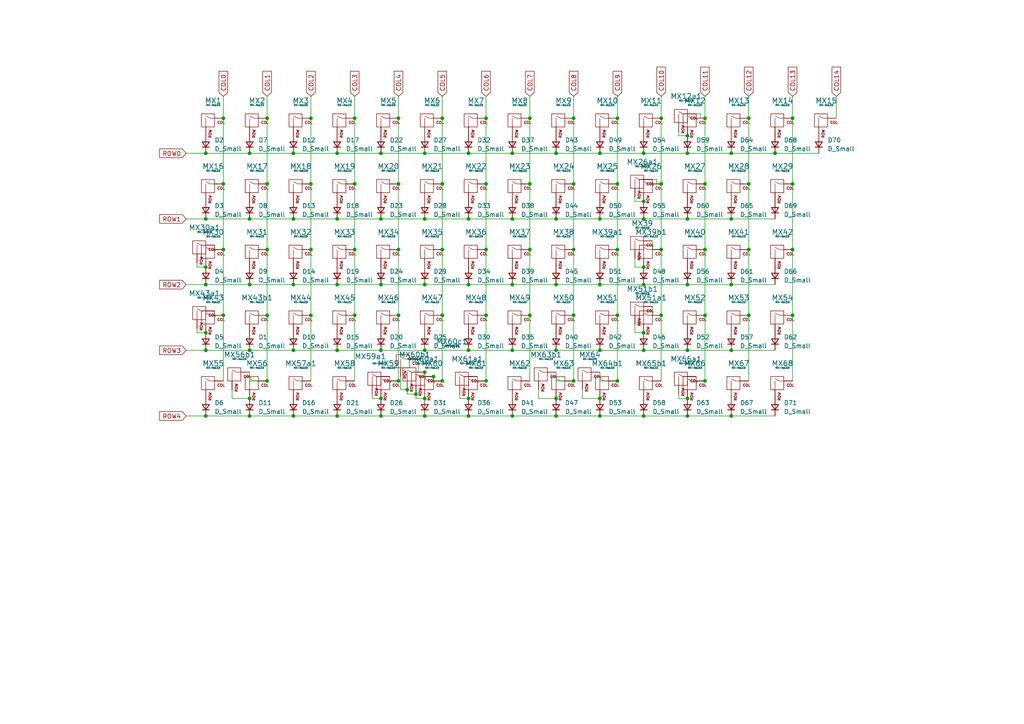
<source format=kicad_sch>
(kicad_sch (version 20230121) (generator eeschema)
  (paper "A4")
  (junction (at 77.47 72.39))
  (junction (at 110.49 120.65))
  (junction (at 85.09 44.45))
  (junction (at 179.07 110.49))
  (junction (at 148.59 63.5))
  (junction (at 166.37 34.29))
  (junction (at 229.87 91.44))
  (junction (at 186.69 120.65))
  (junction (at 115.57 34.29))
  (junction (at 204.47 53.34))
  (junction (at 173.99 101.6))
  (junction (at 161.29 82.55))
  (junction (at 199.39 115.57))
  (junction (at 179.07 34.29))
  (junction (at 199.39 82.55))
  (junction (at 148.59 82.55))
  (junction (at 128.27 34.29))
  (junction (at 191.77 72.39))
  (junction (at 128.27 110.49))
  (junction (at 59.69 96.52))
  (junction (at 135.89 82.55))
  (junction (at 90.17 53.34))
  (junction (at 173.99 63.5))
  (junction (at 186.69 77.47))
  (junction (at 97.79 120.65))
  (junction (at 59.69 77.47))
  (junction (at 64.77 53.34))
  (junction (at 229.87 72.39))
  (junction (at 148.59 44.45))
  (junction (at 161.29 120.65))
  (junction (at 123.19 63.5))
  (junction (at 72.39 82.55))
  (junction (at 140.97 91.44))
  (junction (at 212.09 120.65))
  (junction (at 212.09 82.55))
  (junction (at 59.69 101.6))
  (junction (at 204.47 72.39))
  (junction (at 64.77 72.39))
  (junction (at 110.49 63.5))
  (junction (at 72.39 63.5))
  (junction (at 166.37 72.39))
  (junction (at 85.09 120.65))
  (junction (at 115.57 53.34))
  (junction (at 135.89 63.5))
  (junction (at 173.99 44.45))
  (junction (at 59.69 63.5))
  (junction (at 217.17 53.34))
  (junction (at 72.39 44.45))
  (junction (at 153.67 34.29))
  (junction (at 153.67 72.39))
  (junction (at 110.49 82.55))
  (junction (at 140.97 53.34))
  (junction (at 229.87 34.29))
  (junction (at 191.77 91.44))
  (junction (at 148.59 120.65))
  (junction (at 140.97 34.29))
  (junction (at 153.67 91.44))
  (junction (at 72.39 120.65))
  (junction (at 186.69 58.42))
  (junction (at 123.19 115.57))
  (junction (at 97.79 44.45))
  (junction (at 204.47 91.44))
  (junction (at 102.87 53.34))
  (junction (at 186.69 44.45))
  (junction (at 135.89 115.57))
  (junction (at 123.19 82.55))
  (junction (at 179.07 53.34))
  (junction (at 204.47 34.29))
  (junction (at 115.57 72.39))
  (junction (at 97.79 101.6))
  (junction (at 123.19 44.45))
  (junction (at 153.67 53.34))
  (junction (at 125.73 109.22))
  (junction (at 166.37 53.34))
  (junction (at 199.39 120.65))
  (junction (at 161.29 44.45))
  (junction (at 166.37 91.44))
  (junction (at 224.79 44.45))
  (junction (at 59.69 120.65))
  (junction (at 123.19 101.6))
  (junction (at 186.69 82.55))
  (junction (at 64.77 34.29))
  (junction (at 212.09 44.45))
  (junction (at 212.09 101.6))
  (junction (at 161.29 115.57))
  (junction (at 110.49 115.57))
  (junction (at 118.11 113.03))
  (junction (at 64.77 91.44))
  (junction (at 102.87 91.44))
  (junction (at 97.79 82.55))
  (junction (at 212.09 63.5))
  (junction (at 59.69 82.55))
  (junction (at 90.17 91.44))
  (junction (at 128.27 91.44))
  (junction (at 110.49 44.45))
  (junction (at 140.97 110.49))
  (junction (at 128.27 72.39))
  (junction (at 140.97 72.39))
  (junction (at 229.87 53.34))
  (junction (at 85.09 101.6))
  (junction (at 199.39 101.6))
  (junction (at 173.99 120.65))
  (junction (at 173.99 115.57))
  (junction (at 120.65 114.3))
  (junction (at 166.37 110.49))
  (junction (at 135.89 101.6))
  (junction (at 204.47 110.49))
  (junction (at 161.29 101.6))
  (junction (at 217.17 91.44))
  (junction (at 128.27 53.34))
  (junction (at 90.17 72.39))
  (junction (at 77.47 53.34))
  (junction (at 173.99 82.55))
  (junction (at 217.17 34.29))
  (junction (at 115.57 91.44))
  (junction (at 115.57 110.49))
  (junction (at 77.47 91.44))
  (junction (at 135.89 44.45))
  (junction (at 186.69 101.6))
  (junction (at 102.87 72.39))
  (junction (at 135.89 120.65))
  (junction (at 123.19 120.65))
  (junction (at 97.79 63.5))
  (junction (at 85.09 82.55))
  (junction (at 217.17 72.39))
  (junction (at 77.47 34.29))
  (junction (at 72.39 101.6))
  (junction (at 199.39 63.5))
  (junction (at 72.39 115.57))
  (junction (at 102.87 34.29))
  (junction (at 59.69 44.45))
  (junction (at 90.17 34.29))
  (junction (at 85.09 63.5))
  (junction (at 191.77 53.34))
  (junction (at 199.39 39.37))
  (junction (at 179.07 91.44))
  (junction (at 123.19 107.95))
  (junction (at 161.29 63.5))
  (junction (at 179.07 72.39))
  (junction (at 186.69 63.5))
  (junction (at 199.39 44.45))
  (junction (at 191.77 34.29))
  (junction (at 186.69 96.52))
  (junction (at 148.59 101.6))
  (junction (at 110.49 101.6))
  (junction (at 77.47 110.49))
  (wire (pts (xy 190.5 52.07) (xy 190.5 53.34)))
  (wire (pts (xy 161.29 120.65) (xy 173.99 120.65)))
  (wire (pts (xy 107.95 115.57) (xy 110.49 115.57)))
  (wire (pts (xy 113.03 109.22) (xy 113.03 110.49)))
  (wire (pts (xy 204.47 27.94) (xy 204.47 34.29)))
  (wire (pts (xy 90.17 91.44) (xy 90.17 110.49)))
  (wire (pts (xy 123.19 44.45) (xy 135.89 44.45)))
  (wire (pts (xy 189.23 69.85) (xy 189.23 72.39)))
  (wire (pts (xy 72.39 110.49) (xy 77.47 110.49)))
  (wire (pts (xy 72.39 44.45) (xy 85.09 44.45)))
  (wire (pts (xy 85.09 120.65) (xy 97.79 120.65)))
  (wire (pts (xy 90.17 27.94) (xy 90.17 34.29)))
  (wire (pts (xy 161.29 82.55) (xy 173.99 82.55)))
  (wire (pts (xy 156.21 113.03) (xy 156.21 115.57)))
  (wire (pts (xy 179.07 91.44) (xy 179.07 110.49)))
  (wire (pts (xy 173.99 44.45) (xy 186.69 44.45)))
  (wire (pts (xy 53.975 63.5) (xy 59.69 63.5)))
  (wire (pts (xy 53.975 101.6) (xy 59.69 101.6)))
  (wire (pts (xy 179.07 53.34) (xy 179.07 72.39)))
  (wire (pts (xy 85.09 44.45) (xy 97.79 44.45)))
  (wire (pts (xy 59.69 96.52) (xy 57.15 96.52)))
  (wire (pts (xy 57.15 96.52) (xy 57.15 95.25)))
  (wire (pts (xy 199.39 63.5) (xy 212.09 63.5)))
  (wire (pts (xy 186.69 101.6) (xy 199.39 101.6)))
  (wire (pts (xy 161.29 44.45) (xy 173.99 44.45)))
  (wire (pts (xy 148.59 82.55) (xy 161.29 82.55)))
  (wire (pts (xy 115.57 53.34) (xy 115.57 34.29)))
  (wire (pts (xy 97.79 101.6) (xy 110.49 101.6)))
  (wire (pts (xy 102.87 91.44) (xy 102.87 110.49)))
  (wire (pts (xy 67.31 115.57) (xy 72.39 115.57)))
  (wire (pts (xy 120.65 115.57) (xy 123.19 115.57)))
  (wire (pts (xy 140.97 34.29) (xy 140.97 53.34)))
  (wire (pts (xy 204.47 34.29) (xy 204.47 53.34)))
  (wire (pts (xy 186.69 58.42) (xy 184.15 58.42)))
  (wire (pts (xy 72.39 120.65) (xy 85.09 120.65)))
  (wire (pts (xy 212.09 82.55) (xy 224.79 82.55)))
  (wire (pts (xy 191.77 34.29) (xy 191.77 27.94)))
  (wire (pts (xy 102.87 27.94) (xy 102.87 34.29)))
  (wire (pts (xy 153.67 27.94) (xy 153.67 34.29)))
  (wire (pts (xy 199.39 82.55) (xy 212.09 82.55)))
  (wire (pts (xy 199.39 120.65) (xy 212.09 120.65)))
  (wire (pts (xy 191.77 91.44) (xy 191.77 110.49)))
  (wire (pts (xy 224.79 44.45) (xy 237.49 44.45)))
  (wire (pts (xy 217.17 34.29) (xy 217.17 27.94)))
  (wire (pts (xy 102.87 72.39) (xy 102.87 91.44)))
  (wire (pts (xy 77.47 27.94) (xy 77.47 34.29)))
  (wire (pts (xy 53.975 82.55) (xy 59.69 82.55)))
  (wire (pts (xy 125.73 110.49) (xy 128.27 110.49)))
  (wire (pts (xy 133.35 115.57) (xy 135.89 115.57)))
  (wire (pts (xy 189.23 88.9) (xy 189.23 91.44)))
  (wire (pts (xy 166.37 34.29) (xy 166.37 27.94)))
  (wire (pts (xy 140.97 91.44) (xy 140.97 110.49)))
  (wire (pts (xy 97.79 63.5) (xy 110.49 63.5)))
  (wire (pts (xy 64.77 27.94) (xy 64.77 34.29)))
  (wire (pts (xy 102.87 53.34) (xy 102.87 72.39)))
  (wire (pts (xy 201.93 109.22) (xy 201.93 110.49)))
  (wire (pts (xy 229.87 27.94) (xy 229.87 34.29)))
  (wire (pts (xy 59.69 120.65) (xy 72.39 120.65)))
  (wire (pts (xy 173.99 101.6) (xy 186.69 101.6)))
  (wire (pts (xy 186.69 44.45) (xy 199.39 44.45)))
  (wire (pts (xy 110.49 120.65) (xy 123.19 120.65)))
  (wire (pts (xy 59.69 77.47) (xy 57.15 77.47)))
  (wire (pts (xy 128.27 53.34) (xy 128.27 72.39)))
  (wire (pts (xy 128.27 27.94) (xy 128.27 34.29)))
  (wire (pts (xy 121.285 104.14) (xy 121.285 107.95)))
  (wire (pts (xy 97.79 44.45) (xy 110.49 44.45)))
  (wire (pts (xy 90.17 72.39) (xy 90.17 91.44)))
  (wire (pts (xy 77.47 91.44) (xy 77.47 110.49)))
  (wire (pts (xy 62.23 91.44) (xy 64.77 91.44)))
  (wire (pts (xy 184.15 77.47) (xy 186.69 77.47)))
  (wire (pts (xy 173.99 107.95) (xy 173.99 110.49)))
  (wire (pts (xy 107.95 114.3) (xy 107.95 115.57)))
  (wire (pts (xy 173.99 82.55) (xy 186.69 82.55)))
  (wire (pts (xy 59.69 63.5) (xy 72.39 63.5)))
  (wire (pts (xy 53.975 120.65) (xy 59.69 120.65)))
  (wire (pts (xy 196.85 114.3) (xy 196.85 115.57)))
  (wire (pts (xy 229.87 72.39) (xy 229.87 91.44)))
  (wire (pts (xy 186.69 120.65) (xy 199.39 120.65)))
  (wire (pts (xy 128.27 34.29) (xy 128.27 53.34)))
  (wire (pts (xy 217.17 53.34) (xy 217.17 34.29)))
  (wire (pts (xy 53.975 44.45) (xy 59.69 44.45)))
  (wire (pts (xy 161.29 101.6) (xy 173.99 101.6)))
  (wire (pts (xy 173.99 110.49) (xy 179.07 110.49)))
  (wire (pts (xy 135.89 120.65) (xy 148.59 120.65)))
  (wire (pts (xy 90.17 53.34) (xy 90.17 72.39)))
  (wire (pts (xy 110.49 44.45) (xy 123.19 44.45)))
  (wire (pts (xy 204.47 91.44) (xy 204.47 110.49)))
  (wire (pts (xy 121.285 107.95) (xy 123.19 107.95)))
  (wire (pts (xy 153.67 72.39) (xy 153.67 91.44)))
  (wire (pts (xy 113.03 110.49) (xy 115.57 110.49)))
  (wire (pts (xy 189.23 52.07) (xy 190.5 52.07)))
  (wire (pts (xy 212.09 101.6) (xy 199.39 101.6)))
  (wire (pts (xy 116.205 109.22) (xy 116.205 113.03)))
  (wire (pts (xy 115.57 34.29) (xy 115.57 27.94)))
  (wire (pts (xy 224.79 101.6) (xy 212.09 101.6)))
  (wire (pts (xy 184.15 74.93) (xy 184.15 77.47)))
  (wire (pts (xy 191.77 72.39) (xy 191.77 91.44)))
  (wire (pts (xy 204.47 53.34) (xy 204.47 72.39)))
  (wire (pts (xy 189.23 72.39) (xy 191.77 72.39)))
  (wire (pts (xy 229.87 34.29) (xy 229.87 53.34)))
  (wire (pts (xy 123.19 82.55) (xy 135.89 82.55)))
  (wire (pts (xy 196.85 115.57) (xy 199.39 115.57)))
  (wire (pts (xy 128.27 72.39) (xy 128.27 91.44)))
  (wire (pts (xy 135.89 101.6) (xy 148.59 101.6)))
  (wire (pts (xy 189.23 91.44) (xy 191.77 91.44)))
  (wire (pts (xy 179.07 72.39) (xy 179.07 91.44)))
  (wire (pts (xy 148.59 44.45) (xy 161.29 44.45)))
  (wire (pts (xy 123.19 63.5) (xy 135.89 63.5)))
  (wire (pts (xy 166.37 72.39) (xy 166.37 91.44)))
  (wire (pts (xy 161.29 63.5) (xy 173.99 63.5)))
  (wire (pts (xy 77.47 34.29) (xy 77.47 53.34)))
  (wire (pts (xy 64.77 72.39) (xy 64.77 91.44)))
  (wire (pts (xy 229.87 53.34) (xy 229.87 72.39)))
  (wire (pts (xy 135.89 82.55) (xy 148.59 82.55)))
  (wire (pts (xy 173.99 120.65) (xy 186.69 120.65)))
  (wire (pts (xy 148.59 63.5) (xy 161.29 63.5)))
  (wire (pts (xy 184.15 93.98) (xy 184.15 96.52)))
  (wire (pts (xy 161.29 110.49) (xy 166.37 110.49)))
  (wire (pts (xy 57.15 77.47) (xy 57.15 76.2)))
  (wire (pts (xy 123.19 120.65) (xy 135.89 120.65)))
  (wire (pts (xy 186.69 63.5) (xy 199.39 63.5)))
  (wire (pts (xy 120.65 114.3) (xy 120.65 115.57)))
  (wire (pts (xy 85.09 82.55) (xy 97.79 82.55)))
  (wire (pts (xy 212.09 63.5) (xy 224.79 63.5)))
  (wire (pts (xy 110.49 101.6) (xy 123.19 101.6)))
  (wire (pts (xy 153.67 34.29) (xy 153.67 53.34)))
  (wire (pts (xy 115.57 110.49) (xy 115.57 91.44)))
  (wire (pts (xy 102.87 34.29) (xy 102.87 53.34)))
  (wire (pts (xy 59.69 82.55) (xy 72.39 82.55)))
  (wire (pts (xy 168.91 115.57) (xy 173.99 115.57)))
  (wire (pts (xy 97.79 82.55) (xy 110.49 82.55)))
  (wire (pts (xy 77.47 72.39) (xy 77.47 91.44)))
  (wire (pts (xy 242.57 27.94) (xy 242.57 34.29)))
  (wire (pts (xy 118.11 113.03) (xy 118.11 114.3)))
  (wire (pts (xy 135.89 44.45) (xy 148.59 44.45)))
  (wire (pts (xy 191.77 53.34) (xy 191.77 34.29)))
  (wire (pts (xy 128.27 91.44) (xy 128.27 110.49)))
  (wire (pts (xy 229.87 91.44) (xy 229.87 110.49)))
  (wire (pts (xy 156.21 115.57) (xy 161.29 115.57)))
  (wire (pts (xy 115.57 91.44) (xy 115.57 72.39)))
  (wire (pts (xy 59.69 44.45) (xy 72.39 44.45)))
  (wire (pts (xy 125.73 109.22) (xy 125.73 110.49)))
  (wire (pts (xy 97.79 120.65) (xy 110.49 120.65)))
  (wire (pts (xy 67.31 113.03) (xy 67.31 115.57)))
  (wire (pts (xy 166.37 91.44) (xy 166.37 110.49)))
  (wire (pts (xy 140.97 27.94) (xy 140.97 34.29)))
  (wire (pts (xy 201.93 110.49) (xy 204.47 110.49)))
  (wire (pts (xy 217.17 110.49) (xy 217.17 91.44)))
  (wire (pts (xy 179.07 34.29) (xy 179.07 53.34)))
  (wire (pts (xy 133.35 114.3) (xy 133.35 115.57)))
  (wire (pts (xy 72.39 82.55) (xy 85.09 82.55)))
  (wire (pts (xy 138.43 109.22) (xy 138.43 110.49)))
  (wire (pts (xy 203.2 34.29) (xy 204.47 34.29)))
  (wire (pts (xy 64.77 91.44) (xy 64.77 110.49)))
  (wire (pts (xy 123.19 107.95) (xy 123.19 109.22)))
  (wire (pts (xy 85.09 101.6) (xy 97.79 101.6)))
  (wire (pts (xy 138.43 110.49) (xy 140.97 110.49)))
  (wire (pts (xy 179.07 27.94) (xy 179.07 34.29)))
  (wire (pts (xy 199.39 39.37) (xy 196.85 39.37)))
  (wire (pts (xy 90.17 34.29) (xy 90.17 53.34)))
  (wire (pts (xy 153.67 91.44) (xy 153.67 110.49)))
  (wire (pts (xy 148.59 120.65) (xy 161.29 120.65)))
  (wire (pts (xy 168.91 113.03) (xy 168.91 115.57)))
  (wire (pts (xy 64.77 34.29) (xy 64.77 53.34)))
  (wire (pts (xy 148.59 101.6) (xy 161.29 101.6)))
  (wire (pts (xy 184.15 96.52) (xy 186.69 96.52)))
  (wire (pts (xy 64.77 53.34) (xy 64.77 72.39)))
  (wire (pts (xy 72.39 101.6) (xy 85.09 101.6)))
  (wire (pts (xy 110.49 82.55) (xy 123.19 82.55)))
  (wire (pts (xy 59.69 101.6) (xy 72.39 101.6)))
  (wire (pts (xy 196.85 39.37) (xy 196.85 38.1)))
  (wire (pts (xy 224.79 120.65) (xy 212.09 120.65)))
  (wire (pts (xy 72.39 107.95) (xy 72.39 110.49)))
  (wire (pts (xy 166.37 53.34) (xy 166.37 34.29)))
  (wire (pts (xy 217.17 91.44) (xy 217.17 72.39)))
  (wire (pts (xy 203.2 33.02) (xy 203.2 34.29)))
  (wire (pts (xy 191.77 53.34) (xy 191.77 72.39)))
  (wire (pts (xy 85.09 63.5) (xy 97.79 63.5)))
  (wire (pts (xy 62.23 90.17) (xy 62.23 91.44)))
  (wire (pts (xy 173.99 63.5) (xy 186.69 63.5)))
  (wire (pts (xy 140.97 72.39) (xy 140.97 91.44)))
  (wire (pts (xy 135.89 63.5) (xy 148.59 63.5)))
  (wire (pts (xy 166.37 72.39) (xy 166.37 53.34)))
  (wire (pts (xy 118.11 114.3) (xy 120.65 114.3)))
  (wire (pts (xy 184.15 58.42) (xy 184.15 57.15)))
  (wire (pts (xy 161.29 107.95) (xy 161.29 110.49)))
  (wire (pts (xy 204.47 72.39) (xy 204.47 91.44)))
  (wire (pts (xy 212.09 44.45) (xy 224.79 44.45)))
  (wire (pts (xy 199.39 44.45) (xy 212.09 44.45)))
  (wire (pts (xy 123.19 109.22) (xy 125.73 109.22)))
  (wire (pts (xy 110.49 63.5) (xy 123.19 63.5)))
  (wire (pts (xy 77.47 53.34) (xy 77.47 72.39)))
  (wire (pts (xy 116.205 113.03) (xy 118.11 113.03)))
  (wire (pts (xy 153.67 53.34) (xy 153.67 72.39)))
  (wire (pts (xy 72.39 63.5) (xy 85.09 63.5)))
  (wire (pts (xy 140.97 53.34) (xy 140.97 72.39)))
  (wire (pts (xy 201.93 33.02) (xy 203.2 33.02)))
  (wire (pts (xy 186.69 82.55) (xy 199.39 82.55)))
  (wire (pts (xy 217.17 72.39) (xy 217.17 53.34)))
  (wire (pts (xy 62.23 72.39) (xy 64.77 72.39)))
  (wire (pts (xy 190.5 53.34) (xy 191.77 53.34)))
  (wire (pts (xy 115.57 72.39) (xy 115.57 53.34)))
  (wire (pts (xy 62.23 71.12) (xy 62.23 72.39)))
  (wire (pts (xy 123.19 101.6) (xy 135.89 101.6)))
  (global_label "COL3" (shape input) (at 102.87 27.94 90) (property "Intersheetrefs" "${INTERSHEET_REFS}" (effects hide)))
  (global_label "ROW3" (shape input) (at 53.975 101.6 180) (property "Intersheetrefs" "${INTERSHEET_REFS}" (effects hide)))
  (global_label "COL12" (shape input) (at 217.17 27.94 90) (property "Intersheetrefs" "${INTERSHEET_REFS}" (effects hide)))
  (global_label "COL6" (shape input) (at 140.97 27.94 90) (property "Intersheetrefs" "${INTERSHEET_REFS}" (effects hide)))
  (global_label "COL9" (shape input) (at 179.07 27.94 90) (property "Intersheetrefs" "${INTERSHEET_REFS}" (effects hide)))
  (global_label "ROW0" (shape input) (at 53.975 44.45 180) (property "Intersheetrefs" "${INTERSHEET_REFS}" (effects hide)))
  (global_label "ROW2" (shape input) (at 53.975 82.55 180) (property "Intersheetrefs" "${INTERSHEET_REFS}" (effects hide)))
  (global_label "COL10" (shape input) (at 191.77 27.94 90) (property "Intersheetrefs" "${INTERSHEET_REFS}" (effects hide)))
  (global_label "COL14" (shape input) (at 242.57 27.94 90) (property "Intersheetrefs" "${INTERSHEET_REFS}" (effects hide)))
  (global_label "COL7" (shape input) (at 153.67 27.94 90) (property "Intersheetrefs" "${INTERSHEET_REFS}" (effects hide)))
  (global_label "COL11" (shape input) (at 204.47 27.94 90) (property "Intersheetrefs" "${INTERSHEET_REFS}" (effects hide)))
  (global_label "COL8" (shape input) (at 166.37 27.94 90) (property "Intersheetrefs" "${INTERSHEET_REFS}" (effects hide)))
  (global_label "ROW1" (shape input) (at 53.975 63.5 180) (property "Intersheetrefs" "${INTERSHEET_REFS}" (effects hide)))
  (global_label "COL4" (shape input) (at 115.57 27.94 90) (property "Intersheetrefs" "${INTERSHEET_REFS}" (effects hide)))
  (global_label "COL13" (shape input) (at 229.87 27.94 90) (property "Intersheetrefs" "${INTERSHEET_REFS}" (effects hide)))
  (global_label "ROW4" (shape input) (at 53.975 120.65 180) (property "Intersheetrefs" "${INTERSHEET_REFS}" (effects hide)))
  (global_label "COL2" (shape input) (at 90.17 27.94 90) (property "Intersheetrefs" "${INTERSHEET_REFS}" (effects hide)))
  (global_label "COL0" (shape input) (at 64.77 27.94 90) (property "Intersheetrefs" "${INTERSHEET_REFS}" (effects hide)))
  (global_label "COL1" (shape input) (at 77.47 27.94 90) (property "Intersheetrefs" "${INTERSHEET_REFS}" (effects hide)))
  (global_label "COL5" (shape input) (at 128.27 27.94 90) (property "Intersheetrefs" "${INTERSHEET_REFS}" (effects hide)))
  (symbol (lib_id "MX_Alps_Hybrid:MX-NoLED") (at 200.66 73.66 0) (unit 1)
    (property "Reference" "MX40" (at 201.5456 67.31 0) (effects (font (size 1.524 1.524))))
    (property "Value" "MX-NoLED" (at 201.5456 68.58 0) (effects (font (size 0.508 0.508))))
    (property "Footprint" "MX_Only:MXOnly-1U-NoLED" (effects hide))
  )
  (symbol (lib_id "Device:D_Small") (at 148.59 60.96 90) (unit 1)
    (property "Reference" "D38" (at 151.13 59.6899 90) (effects (justify right)))
    (property "Value" "D_Small" (at 151.13 62.2299 90) (effects (justify right)))
    (property "Footprint" "random-keyboard-parts:D_SOD-123F(handsoldering)" (effects hide))
  )
  (symbol (lib_id "MX_Alps_Hybrid:MX-NoLED") (at 149.86 35.56 0) (unit 1)
    (property "Reference" "MX8" (at 150.7456 29.21 0) (effects (font (size 1.524 1.524))))
    (property "Value" "MX-NoLED" (at 150.7456 30.48 0) (effects (font (size 0.508 0.508))))
    (property "Footprint" "MX_Only:MXOnly-1U-NoLED" (effects hide))
  )
  (symbol (lib_id "MX_Alps_Hybrid:MX-NoLED") (at 226.06 111.76 0) (unit 1)
    (property "Reference" "MX68" (at 226.9456 105.41 0) (effects (font (size 1.524 1.524))))
    (property "Value" "MX-NoLED" (at 226.9456 106.68 0) (effects (font (size 0.508 0.508))))
    (property "Footprint" "MX_Only:MXOnly-1U-NoLED" (effects hide))
  )
  (symbol (lib_id "MX_Alps_Hybrid:MX-NoLED") (at 137.16 54.61 0) (unit 1)
    (property "Reference" "MX22" (at 138.0456 48.26 0) (effects (font (size 1.524 1.524))))
    (property "Value" "MX-NoLED" (at 138.0456 49.53 0) (effects (font (size 0.508 0.508))))
    (property "Footprint" "MX_Only:MXOnly-1U-NoLED" (effects hide))
  )
  (symbol (lib_id "Device:D_Small") (at 224.79 80.01 90) (unit 1)
    (property "Reference" "D66" (at 227.33 78.7399 90) (effects (justify right)))
    (property "Value" "D_Small" (at 227.33 81.2799 90) (effects (justify right)))
    (property "Footprint" "random-keyboard-parts:D_SOD-123F(handsoldering)" (effects hide))
  )
  (symbol (lib_id "MX_Alps_Hybrid:MX-NoLED") (at 137.16 111.76 0) (unit 1)
    (property "Reference" "MX61" (at 138.0456 105.41 0) (effects (font (size 1.524 1.524))))
    (property "Value" "MX-NoLED" (at 138.0456 106.68 0) (effects (font (size 0.508 0.508))))
    (property "Footprint" "MX_Only:MXOnly-2.25U-ReversedStabilizers-NoLED" (effects hide))
  )
  (symbol (lib_id "Device:D_Small") (at 85.09 80.01 90) (unit 1)
    (property "Reference" "D14" (at 87.63 78.7399 90) (effects (justify right)))
    (property "Value" "D_Small" (at 87.63 81.2799 90) (effects (justify right)))
    (property "Footprint" "random-keyboard-parts:D_SOD-123F(handsoldering)" (effects hide))
  )
  (symbol (lib_id "Device:D_Small") (at 161.29 60.96 90) (unit 1)
    (property "Reference" "D44" (at 163.83 59.6899 90) (effects (justify right)))
    (property "Value" "D_Small" (at 163.83 62.2299 90) (effects (justify right)))
    (property "Footprint" "random-keyboard-parts:D_SOD-123F(handsoldering)" (effects hide))
  )
  (symbol (lib_id "Device:D_Small") (at 173.99 60.96 90) (unit 1)
    (property "Reference" "D50" (at 176.53 59.6899 90) (effects (justify right)))
    (property "Value" "D_Small" (at 176.53 62.2299 90) (effects (justify right)))
    (property "Footprint" "random-keyboard-parts:D_SOD-123F(handsoldering)" (effects hide))
  )
  (symbol (lib_id "MX_Alps_Hybrid:MX-NoLED") (at 86.36 111.76 0) (unit 1)
    (property "Reference" "MX57a1" (at 87.2456 105.41 0) (effects (font (size 1.524 1.524))))
    (property "Value" "MX-NoLED" (at 87.2456 106.68 0) (effects (font (size 0.508 0.508))))
    (property "Footprint" "MX_Only:MXOnly-1U-NoLED" (effects hide))
  )
  (symbol (lib_id "MX_Alps_Hybrid:MX-NoLED") (at 60.96 35.56 0) (unit 1)
    (property "Reference" "MX1" (at 61.8456 29.21 0) (effects (font (size 1.524 1.524))))
    (property "Value" "MX-NoLED" (at 61.8456 30.48 0) (effects (font (size 0.508 0.508))))
    (property "Footprint" "MX_Only:MXOnly-1U-NoLED" (effects hide))
  )
  (symbol (lib_id "MX_Alps_Hybrid:MX-NoLED") (at 175.26 73.66 0) (unit 1)
    (property "Reference" "MX39a1" (at 176.1456 67.31 0) (effects (font (size 1.524 1.524))))
    (property "Value" "MX-NoLED" (at 176.1456 68.58 0) (effects (font (size 0.508 0.508))))
    (property "Footprint" "MX_Only:MXOnly-1U-NoLED" (effects hide))
  )
  (symbol (lib_id "MX_Alps_Hybrid:MX-NoLED") (at 213.36 35.56 0) (unit 1)
    (property "Reference" "MX13" (at 214.2456 29.21 0) (effects (font (size 1.524 1.524))))
    (property "Value" "MX-NoLED" (at 214.2456 30.48 0) (effects (font (size 0.508 0.508))))
    (property "Footprint" "MX_Only:MXOnly-1U-NoLED" (effects hide))
  )
  (symbol (lib_id "MX_Alps_Hybrid:MX-NoLED") (at 175.26 35.56 0) (unit 1)
    (property "Reference" "MX10" (at 176.1456 29.21 0) (effects (font (size 1.524 1.524))))
    (property "Value" "MX-NoLED" (at 176.1456 30.48 0) (effects (font (size 0.508 0.508))))
    (property "Footprint" "MX_Only:MXOnly-1U-NoLED" (effects hide))
  )
  (symbol (lib_id "Device:D_Small") (at 224.79 60.96 90) (unit 1)
    (property "Reference" "D69" (at 227.33 59.6899 90) (effects (justify right)))
    (property "Value" "D_Small" (at 227.33 62.2299 90) (effects (justify right)))
    (property "Footprint" "random-keyboard-parts:D_SOD-123F(handsoldering)" (effects hide))
  )
  (symbol (lib_id "Device:D_Small") (at 224.79 99.06 90) (unit 1)
    (property "Reference" "D62" (at 227.33 97.7899 90) (effects (justify right)))
    (property "Value" "D_Small" (at 227.33 100.3299 90) (effects (justify right)))
    (property "Footprint" "random-keyboard-parts:D_SOD-123F(handsoldering)" (effects hide))
  )
  (symbol (lib_id "MX_Alps_Hybrid:MX-NoLED") (at 187.96 35.56 0) (unit 1)
    (property "Reference" "MX11" (at 188.8456 29.21 0) (effects (font (size 1.524 1.524))))
    (property "Value" "MX-NoLED" (at 188.8456 30.48 0) (effects (font (size 0.508 0.508))))
    (property "Footprint" "MX_Only:MXOnly-1U-NoLED" (effects hide))
  )
  (symbol (lib_id "Device:D_Small") (at 212.09 80.01 90) (unit 1)
    (property "Reference" "D61" (at 214.63 78.7399 90) (effects (justify right)))
    (property "Value" "D_Small" (at 214.63 81.2799 90) (effects (justify right)))
    (property "Footprint" "random-keyboard-parts:D_SOD-123F(handsoldering)" (effects hide))
  )
  (symbol (lib_id "Device:D_Small") (at 123.19 80.01 90) (unit 1)
    (property "Reference" "D29" (at 125.73 78.7399 90) (effects (justify right)))
    (property "Value" "D_Small" (at 125.73 81.2799 90) (effects (justify right)))
    (property "Footprint" "random-keyboard-parts:D_SOD-123F(handsoldering)" (effects hide))
  )
  (symbol (lib_id "MX_Alps_Hybrid:MX-NoLED") (at 99.06 54.61 0) (unit 1)
    (property "Reference" "MX19" (at 99.9456 48.26 0) (effects (font (size 1.524 1.524))))
    (property "Value" "MX-NoLED" (at 99.9456 49.53 0) (effects (font (size 0.508 0.508))))
    (property "Footprint" "MX_Only:MXOnly-1U-NoLED" (effects hide))
  )
  (symbol (lib_id "Device:D_Small") (at 186.69 80.01 90) (unit 1)
    (property "Reference" "D48" (at 189.23 78.7399 90) (effects (justify right)))
    (property "Value" "D_Small" (at 189.23 81.2799 90) (effects (justify right)))
    (property "Footprint" "random-keyboard-parts:D_SOD-123F(handsoldering)" (effects hide))
  )
  (symbol (lib_id "Device:D_Small") (at 123.19 99.06 90) (unit 1)
    (property "Reference" "D25" (at 125.73 97.7899 90) (effects (justify right)))
    (property "Value" "D_Small" (at 125.73 100.3299 90) (effects (justify right)))
    (property "Footprint" "random-keyboard-parts:D_SOD-123F(handsoldering)" (effects hide))
  )
  (symbol (lib_id "MX_Alps_Hybrid:MX-NoLED") (at 99.06 92.71 0) (unit 1)
    (property "Reference" "MX45" (at 99.9456 86.36 0) (effects (font (size 1.524 1.524))))
    (property "Value" "MX-NoLED" (at 99.9456 87.63 0) (effects (font (size 0.508 0.508))))
    (property "Footprint" "MX_Only:MXOnly-1U-NoLED" (effects hide))
  )
  (symbol (lib_id "Device:D_Small") (at 186.69 118.11 90) (unit 1)
    (property "Reference" "D58" (at 189.23 116.8399 90) (effects (justify right)))
    (property "Value" "D_Small" (at 189.23 119.3799 90) (effects (justify right)))
    (property "Footprint" "random-keyboard-parts:D_SOD-123F(handsoldering)" (effects hide))
  )
  (symbol (lib_id "MX_Alps_Hybrid:MX-NoLED") (at 73.66 35.56 0) (unit 1)
    (property "Reference" "MX2" (at 74.5456 29.21 0) (effects (font (size 1.524 1.524))))
    (property "Value" "MX-NoLED" (at 74.5456 30.48 0) (effects (font (size 0.508 0.508))))
    (property "Footprint" "MX_Only:MXOnly-1U-NoLED" (effects hide))
  )
  (symbol (lib_id "MX_Alps_Hybrid:MX-NoLED") (at 185.42 53.34 0) (unit 1)
    (property "Reference" "MX26a1" (at 186.3056 46.99 0) (effects (font (size 1.524 1.524))))
    (property "Value" "MX-NoLED" (at 186.3056 48.26 0) (effects (font (size 0.508 0.508))))
    (property "Footprint" "MX_Only:MXOnly-ISO-ReversedStabilizers-NoLED" (effects hide))
  )
  (symbol (lib_id "MX_Alps_Hybrid:MX-NoLED") (at 99.06 111.76 0) (unit 1)
    (property "Reference" "MX58" (at 99.9456 105.41 0) (effects (font (size 1.524 1.524))))
    (property "Value" "MX-NoLED" (at 99.9456 106.68 0) (effects (font (size 0.508 0.508))))
    (property "Footprint" "MX_Only:MXOnly-1U-NoLED" (effects hide))
  )
  (symbol (lib_id "MX_Alps_Hybrid:MX-NoLED") (at 149.86 92.71 0) (unit 1)
    (property "Reference" "MX49" (at 150.7456 86.36 0) (effects (font (size 1.524 1.524))))
    (property "Value" "MX-NoLED" (at 150.7456 87.63 0) (effects (font (size 0.508 0.508))))
    (property "Footprint" "MX_Only:MXOnly-1U-NoLED" (effects hide))
  )
  (symbol (lib_id "Device:D_Small") (at 110.49 99.06 90) (unit 1)
    (property "Reference" "D20" (at 113.03 97.7899 90) (effects (justify right)))
    (property "Value" "D_Small" (at 113.03 100.3299 90) (effects (justify right)))
    (property "Footprint" "random-keyboard-parts:D_SOD-123F(handsoldering)" (effects hide))
  )
  (symbol (lib_id "Device:D_Small") (at 186.69 60.96 90) (unit 1)
    (property "Reference" "D55" (at 189.23 59.6899 90) (effects (justify right)))
    (property "Value" "D_Small" (at 189.23 62.2299 90) (effects (justify right)))
    (property "Footprint" "random-keyboard-parts:D_SOD-123F(handsoldering)" (effects hide))
  )
  (symbol (lib_id "MX_Alps_Hybrid:MX-NoLED") (at 124.46 92.71 0) (unit 1)
    (property "Reference" "MX47" (at 125.3456 86.36 0) (effects (font (size 1.524 1.524))))
    (property "Value" "MX-NoLED" (at 125.3456 87.63 0) (effects (font (size 0.508 0.508))))
    (property "Footprint" "MX_Only:MXOnly-1U-NoLED" (effects hide))
  )
  (symbol (lib_id "Device:D_Small") (at 59.69 60.96 90) (unit 1)
    (property "Reference" "D3" (at 62.23 59.6899 90) (effects (justify right)))
    (property "Value" "D_Small" (at 62.23 62.2299 90) (effects (justify right)))
    (property "Footprint" "random-keyboard-parts:D_SOD-123F(handsoldering)" (effects hide))
  )
  (symbol (lib_id "MX_Alps_Hybrid:MX-NoLED") (at 124.46 35.56 0) (unit 1)
    (property "Reference" "MX6" (at 125.3456 29.21 0) (effects (font (size 1.524 1.524))))
    (property "Value" "MX-NoLED" (at 125.3456 30.48 0) (effects (font (size 0.508 0.508))))
    (property "Footprint" "MX_Only:MXOnly-1U-NoLED" (effects hide))
  )
  (symbol (lib_id "MX_Alps_Hybrid:MX-NoLED") (at 134.62 110.49 0) (unit 1)
    (property "Reference" "MX61a1" (at 135.5056 104.14 0) (effects (font (size 1.524 1.524))))
    (property "Value" "MX-NoLED" (at 135.5056 105.41 0) (effects (font (size 0.508 0.508))))
    (property "Footprint" "MX_Only:MXOnly-3U-ReversedStabilizers-NoLED" (effects hide))
  )
  (symbol (lib_id "Device:D_Small") (at 173.99 118.11 90) (unit 1)
    (property "Reference" "D53" (at 176.53 116.8399 90) (effects (justify right)))
    (property "Value" "D_Small" (at 176.53 119.3799 90) (effects (justify right)))
    (property "Footprint" "random-keyboard-parts:D_SOD-123F(handsoldering)" (effects hide))
  )
  (symbol (lib_id "MX_Alps_Hybrid:MX-NoLED") (at 213.36 92.71 0) (unit 1)
    (property "Reference" "MX53" (at 214.2456 86.36 0) (effects (font (size 1.524 1.524))))
    (property "Value" "MX-NoLED" (at 214.2456 87.63 0) (effects (font (size 0.508 0.508))))
    (property "Footprint" "MX_Only:MXOnly-1U-NoLED" (effects hide))
  )
  (symbol (lib_id "Device:D_Small") (at 110.49 41.91 90) (unit 1)
    (property "Reference" "D22" (at 113.03 40.6399 90) (effects (justify right)))
    (property "Value" "D_Small" (at 113.03 43.1799 90) (effects (justify right)))
    (property "Footprint" "random-keyboard-parts:D_SOD-123F(handsoldering)" (effects hide))
  )
  (symbol (lib_id "Device:D_Small") (at 123.19 118.11 90) (unit 1)
    (property "Reference" "D31" (at 125.73 116.8399 90) (effects (justify right)))
    (property "Value" "D_Small" (at 125.73 119.3799 90) (effects (justify right)))
    (property "Footprint" "random-keyboard-parts:D_SOD-123F(handsoldering)" (effects hide))
  )
  (symbol (lib_id "Device:D_Small") (at 59.69 99.06 90) (unit 1)
    (property "Reference" "D5" (at 62.23 97.7899 90) (effects (justify right)))
    (property "Value" "D_Small" (at 62.23 100.3299 90) (effects (justify right)))
    (property "Footprint" "random-keyboard-parts:D_SOD-123F(handsoldering)" (effects hide))
  )
  (symbol (lib_id "Device:D_Small") (at 161.29 41.91 90) (unit 1)
    (property "Reference" "D43" (at 163.83 40.6399 90) (effects (justify right)))
    (property "Value" "D_Small" (at 163.83 43.1799 90) (effects (justify right)))
    (property "Footprint" "random-keyboard-parts:D_SOD-123F(handsoldering)" (effects hide))
  )
  (symbol (lib_id "MX_Alps_Hybrid:MX-NoLED") (at 121.92 110.49 0) (unit 1)
    (property "Reference" "MX60a1" (at 122.8056 104.14 0) (effects (font (size 1.524 1.524))))
    (property "Value" "MX-NoLED" (at 122.8056 105.41 0) (effects (font (size 0.508 0.508))))
    (property "Footprint" "MX_Only:MXOnly-6.25U-ReversedStabilizers-NoLED" (effects hide))
  )
  (symbol (lib_id "MX_Alps_Hybrid:MX-NoLED") (at 111.76 35.56 0) (unit 1)
    (property "Reference" "MX5" (at 112.6456 29.21 0) (effects (font (size 1.524 1.524))))
    (property "Value" "MX-NoLED" (at 112.6456 30.48 0) (effects (font (size 0.508 0.508))))
    (property "Footprint" "MX_Only:MXOnly-1U-NoLED" (effects hide))
  )
  (symbol (lib_id "MX_Alps_Hybrid:MX-NoLED") (at 124.46 111.76 0) (unit 1)
    (property "Reference" "MX60" (at 125.3456 105.41 0) (effects (font (size 1.524 1.524))))
    (property "Value" "MX-NoLED" (at 125.3456 106.68 0) (effects (font (size 0.508 0.508))))
    (property "Footprint" "MX_Only:MXOnly-7U-ReversedStabilizers-NoLED" (effects hide))
  )
  (symbol (lib_id "MX_Alps_Hybrid:MX-NoLED") (at 187.96 73.66 0) (unit 1)
    (property "Reference" "MX39b1" (at 188.8456 67.31 0) (effects (font (size 1.524 1.524))))
    (property "Value" "MX-NoLED" (at 188.8456 68.58 0) (effects (font (size 0.508 0.508))))
    (property "Footprint" "MX_Only:MXOnly-1.25U-NoLED" (effects hide))
  )
  (symbol (lib_id "Device:D_Small") (at 212.09 99.06 90) (unit 1)
    (property "Reference" "D57" (at 214.63 97.7899 90) (effects (justify right)))
    (property "Value" "D_Small" (at 214.63 100.3299 90) (effects (justify right)))
    (property "Footprint" "random-keyboard-parts:D_SOD-123F(handsoldering)" (effects hide))
  )
  (symbol (lib_id "Device:D_Small") (at 97.79 80.01 90) (unit 1)
    (property "Reference" "D19" (at 100.33 78.7399 90) (effects (justify right)))
    (property "Value" "D_Small" (at 100.33 81.2799 90) (effects (justify right)))
    (property "Footprint" "random-keyboard-parts:D_SOD-123F(handsoldering)" (effects hide))
  )
  (symbol (lib_id "Device:D_Small") (at 199.39 118.11 90) (unit 1)
    (property "Reference" "D63" (at 201.93 116.8399 90) (effects (justify right)))
    (property "Value" "D_Small" (at 201.93 119.3799 90) (effects (justify right)))
    (property "Footprint" "random-keyboard-parts:D_SOD-123F(handsoldering)" (effects hide))
  )
  (symbol (lib_id "MX_Alps_Hybrid:MX-NoLED") (at 137.16 92.71 0) (unit 1)
    (property "Reference" "MX48" (at 138.0456 86.36 0) (effects (font (size 1.524 1.524))))
    (property "Value" "MX-NoLED" (at 138.0456 87.63 0) (effects (font (size 0.508 0.508))))
    (property "Footprint" "MX_Only:MXOnly-1U-NoLED" (effects hide))
  )
  (symbol (lib_id "Device:D_Small") (at 135.89 99.06 90) (unit 1)
    (property "Reference" "D30" (at 138.43 97.7899 90) (effects (justify right)))
    (property "Value" "D_Small" (at 138.43 100.3299 90) (effects (justify right)))
    (property "Footprint" "random-keyboard-parts:D_SOD-123F(handsoldering)" (effects hide))
  )
  (symbol (lib_id "Device:D_Small") (at 135.89 118.11 90) (unit 1)
    (property "Reference" "D36" (at 138.43 116.8399 90) (effects (justify right)))
    (property "Value" "D_Small" (at 138.43 119.3799 90) (effects (justify right)))
    (property "Footprint" "random-keyboard-parts:D_SOD-123F(handsoldering)" (effects hide))
  )
  (symbol (lib_id "Device:D_Small") (at 85.09 60.96 90) (unit 1)
    (property "Reference" "D13" (at 87.63 59.6899 90) (effects (justify right)))
    (property "Value" "D_Small" (at 87.63 62.2299 90) (effects (justify right)))
    (property "Footprint" "random-keyboard-parts:D_SOD-123F(handsoldering)" (effects hide))
  )
  (symbol (lib_id "Device:D_Small") (at 72.39 118.11 90) (unit 1)
    (property "Reference" "D11" (at 74.93 116.8399 90) (effects (justify right)))
    (property "Value" "D_Small" (at 74.93 119.3799 90) (effects (justify right)))
    (property "Footprint" "random-keyboard-parts:D_SOD-123F(handsoldering)" (effects hide))
  )
  (symbol (lib_id "MX_Alps_Hybrid:MX-NoLED") (at 99.06 73.66 0) (unit 1)
    (property "Reference" "MX33" (at 99.9456 67.31 0) (effects (font (size 1.524 1.524))))
    (property "Value" "MX-NoLED" (at 99.9456 68.58 0) (effects (font (size 0.508 0.508))))
    (property "Footprint" "MX_Only:MXOnly-1U-NoLED" (effects hide))
  )
  (symbol (lib_id "Device:D_Small") (at 59.69 80.01 90) (unit 1)
    (property "Reference" "D4" (at 62.23 78.7399 90) (effects (justify right)))
    (property "Value" "D_Small" (at 62.23 81.2799 90) (effects (justify right)))
    (property "Footprint" "random-keyboard-parts:D_SOD-123F(handsoldering)" (effects hide))
  )
  (symbol (lib_id "MX_Alps_Hybrid:MX-NoLED") (at 58.42 91.44 0) (unit 1)
    (property "Reference" "MX43a1" (at 59.3056 85.09 0) (effects (font (size 1.524 1.524))))
    (property "Value" "MX-NoLED" (at 59.3056 86.36 0) (effects (font (size 0.508 0.508))))
    (property "Footprint" "MX_Only:MXOnly-1.25U-NoLED" (effects hide))
  )
  (symbol (lib_id "Device:D_Small") (at 199.39 60.96 90) (unit 1)
    (property "Reference" "D60" (at 201.93 59.6899 90) (effects (justify right)))
    (property "Value" "D_Small" (at 201.93 62.2299 90) (effects (justify right)))
    (property "Footprint" "random-keyboard-parts:D_SOD-123F(handsoldering)" (effects hide))
  )
  (symbol (lib_id "Device:D_Small") (at 186.69 99.06 90) (unit 1)
    (property "Reference" "D46" (at 189.23 97.7899 90) (effects (justify right)))
    (property "Value" "D_Small" (at 189.23 100.3299 90) (effects (justify right)))
    (property "Footprint" "random-keyboard-parts:D_SOD-123F(handsoldering)" (effects hide))
  )
  (symbol (lib_id "Device:D_Small") (at 85.09 41.91 90) (unit 1)
    (property "Reference" "D12" (at 87.63 40.6399 90) (effects (justify right)))
    (property "Value" "D_Small" (at 87.63 43.1799 90) (effects (justify right)))
    (property "Footprint" "random-keyboard-parts:D_SOD-123F(handsoldering)" (effects hide))
  )
  (symbol (lib_id "MX_Alps_Hybrid:MX-NoLED") (at 187.96 54.61 0) (unit 1)
    (property "Reference" "MX26" (at 188.8456 48.26 0) (effects (font (size 1.524 1.524))))
    (property "Value" "MX-NoLED" (at 188.8456 49.53 0) (effects (font (size 0.508 0.508))))
    (property "Footprint" "MX_Only:MXOnly-1.5U-NoLED" (effects hide))
  )
  (symbol (lib_id "MX_Alps_Hybrid:MX-NoLED") (at 175.26 92.71 0) (unit 1)
    (property "Reference" "MX51" (at 176.1456 86.36 0) (effects (font (size 1.524 1.524))))
    (property "Value" "MX-NoLED" (at 176.1456 87.63 0) (effects (font (size 0.508 0.508))))
    (property "Footprint" "MX_Only:MXOnly-1U-NoLED" (effects hide))
  )
  (symbol (lib_id "MX_Alps_Hybrid:MX-NoLED") (at 109.22 110.49 0) (unit 1)
    (property "Reference" "MX59a1" (at 107.442 103.378 0) (effects (font (size 1.524 1.524))))
    (property "Value" "MX-NoLED" (at 110.1056 105.41 0) (effects (font (size 0.508 0.508))))
    (property "Footprint" "MX_Only:MXOnly-3U-ReversedStabilizers-NoLED" (effects hide))
  )
  (symbol (lib_id "MX_Alps_Hybrid:MX-NoLED") (at 198.12 34.29 0) (unit 1)
    (property "Reference" "MX12a1" (at 199.0056 27.94 0) (effects (font (size 1.524 1.524))))
    (property "Value" "MX-NoLED" (at 199.0056 29.21 0) (effects (font (size 0.508 0.508))))
    (property "Footprint" "MX_Only:MXOnly-2U-NoLED" (effects hide))
  )
  (symbol (lib_id "Device:D_Small") (at 148.59 118.11 90) (unit 1)
    (property "Reference" "D41" (at 151.13 116.8399 90) (effects (justify right)))
    (property "Value" "D_Small" (at 151.13 119.3799 90) (effects (justify right)))
    (property "Footprint" "random-keyboard-parts:D_SOD-123F(handsoldering)" (effects hide))
  )
  (symbol (lib_id "MX_Alps_Hybrid:MX-NoLED") (at 170.18 109.22 0) (unit 1)
    (property "Reference" "MX64" (at 171.0656 102.87 0) (effects (font (size 1.524 1.524))))
    (property "Value" "MX-NoLED" (at 171.0656 104.14 0) (effects (font (size 0.508 0.508))))
    (property "Footprint" "MX_Only:MXOnly-1.5U-NoLED" (effects hide))
  )
  (symbol (lib_id "Device:D_Small") (at 199.39 41.91 90) (unit 1)
    (property "Reference" "D59" (at 201.93 40.6399 90) (effects (justify right)))
    (property "Value" "D_Small" (at 201.93 43.1799 90) (effects (justify right)))
    (property "Footprint" "random-keyboard-parts:D_SOD-123F(handsoldering)" (effects hide))
  )
  (symbol (lib_id "MX_Alps_Hybrid:MX-NoLED") (at 213.36 73.66 0) (unit 1)
    (property "Reference" "MX41" (at 214.2456 67.31 0) (effects (font (size 1.524 1.524))))
    (property "Value" "MX-NoLED" (at 214.2456 68.58 0) (effects (font (size 0.508 0.508))))
    (property "Footprint" "MX_Only:MXOnly-1U-NoLED" (effects hide))
  )
  (symbol (lib_id "Device:D_Small") (at 110.49 118.11 90) (unit 1)
    (property "Reference" "D26" (at 113.03 116.8399 90) (effects (justify right)))
    (property "Value" "D_Small" (at 113.03 119.3799 90) (effects (justify right)))
    (property "Footprint" "random-keyboard-parts:D_SOD-123F(handsoldering)" (effects hide))
  )
  (symbol (lib_id "Device:D_Small") (at 161.29 118.11 90) (unit 1)
    (property "Reference" "D47" (at 163.83 116.8399 90) (effects (justify right)))
    (property "Value" "D_Small" (at 163.83 119.3799 90) (effects (justify right)))
    (property "Footprint" "random-keyboard-parts:D_SOD-123F(handsoldering)" (effects hide))
  )
  (symbol (lib_id "MX_Alps_Hybrid:MX-NoLED") (at 60.96 92.71 0) (unit 1)
    (property "Reference" "MX43" (at 61.8456 86.36 0) (effects (font (size 1.524 1.524))))
    (property "Value" "MX-NoLED" (at 61.8456 87.63 0) (effects (font (size 0.508 0.508))))
    (property "Footprint" "MX_Only:MXOnly-2.25U-NoLED" (effects hide))
  )
  (symbol (lib_id "Device:D_Small") (at 85.09 118.11 90) (unit 1)
    (property "Reference" "D16" (at 87.63 116.8399 90) (effects (justify right)))
    (property "Value" "D_Small" (at 87.63 119.3799 90) (effects (justify right)))
    (property "Footprint" "random-keyboard-parts:D_SOD-123F(handsoldering)" (effects hide))
  )
  (symbol (lib_id "MX_Alps_Hybrid:MX-NoLED") (at 162.56 35.56 0) (unit 1)
    (property "Reference" "MX9" (at 163.4456 29.21 0) (effects (font (size 1.524 1.524))))
    (property "Value" "MX-NoLED" (at 163.4456 30.48 0) (effects (font (size 0.508 0.508))))
    (property "Footprint" "MX_Only:MXOnly-1U-NoLED" (effects hide))
  )
  (symbol (lib_id "Device:D_Small") (at 237.49 41.91 90) (unit 1)
    (property "Reference" "D70" (at 240.03 40.6399 90) (effects (justify right)))
    (property "Value" "D_Small" (at 240.03 43.1799 90) (effects (justify right)))
    (property "Footprint" "random-keyboard-parts:D_SOD-123F(handsoldering)" (effects hide))
  )
  (symbol (lib_id "Device:D_Small") (at 199.39 99.06 90) (unit 1)
    (property "Reference" "D52" (at 201.93 97.7899 90) (effects (justify right)))
    (property "Value" "D_Small" (at 201.93 100.3299 90) (effects (justify right)))
    (property "Footprint" "random-keyboard-parts:D_SOD-123F(handsoldering)" (effects hide))
  )
  (symbol (lib_id "MX_Alps_Hybrid:MX-NoLED") (at 86.36 92.71 0) (unit 1)
    (property "Reference" "MX44" (at 87.2456 86.36 0) (effects (font (size 1.524 1.524))))
    (property "Value" "MX-NoLED" (at 87.2456 87.63 0) (effects (font (size 0.508 0.508))))
    (property "Footprint" "MX_Only:MXOnly-1U-NoLED" (effects hide))
  )
  (symbol (lib_id "MX_Alps_Hybrid:MX-NoLED") (at 124.46 73.66 0) (unit 1)
    (property "Reference" "MX35" (at 125.3456 67.31 0) (effects (font (size 1.524 1.524))))
    (property "Value" "MX-NoLED" (at 125.3456 68.58 0) (effects (font (size 0.508 0.508))))
    (property "Footprint" "MX_Only:MXOnly-1U-NoLED" (effects hide))
  )
  (symbol (lib_id "MX_Alps_Hybrid:MX-NoLED") (at 58.42 72.39 0) (unit 1)
    (property "Reference" "MX30a1" (at 59.3056 66.04 0) (effects (font (size 1.524 1.524))))
    (property "Value" "MX-NoLED" (at 59.3056 67.31 0) (effects (font (size 0.508 0.508))))
    (property "Footprint" "MX_Only:MXOnly-1.25U-NoLED" (effects hide))
  )
  (symbol (lib_id "Device:D_Small") (at 224.79 118.11 90) (unit 1)
    (property "Reference" "D71" (at 227.33 116.8399 90) (effects (justify right)))
    (property "Value" "D_Small" (at 227.33 119.3799 90) (effects (justify right)))
    (property "Footprint" "random-keyboard-parts:D_SOD-123F(handsoldering)" (effects hide))
  )
  (symbol (lib_id "MX_Alps_Hybrid:MX-NoLED") (at 73.66 73.66 0) (unit 1)
    (property "Reference" "MX31" (at 74.5456 67.31 0) (effects (font (size 1.524 1.524))))
    (property "Value" "MX-NoLED" (at 74.5456 68.58 0) (effects (font (size 0.508 0.508))))
    (property "Footprint" "MX_Only:MXOnly-1U-NoLED" (effects hide))
  )
  (symbol (lib_id "Device:D_Small") (at 110.49 80.01 90) (unit 1)
    (property "Reference" "D24" (at 113.03 78.7399 90) (effects (justify right)))
    (property "Value" "D_Small" (at 113.03 81.2799 90) (effects (justify right)))
    (property "Footprint" "random-keyboard-parts:D_SOD-123F(handsoldering)" (effects hide))
  )
  (symbol (lib_id "MX_Alps_Hybrid:MX-NoLED") (at 213.36 111.76 0) (unit 1)
    (property "Reference" "MX67" (at 214.2456 105.41 0) (effects (font (size 1.524 1.524))))
    (property "Value" "MX-NoLED" (at 214.2456 106.68 0) (effects (font (size 0.508 0.508))))
    (property "Footprint" "MX_Only:MXOnly-1U-NoLED" (effects hide))
  )
  (symbol (lib_id "MX_Alps_Hybrid:MX-NoLED") (at 200.66 54.61 0) (unit 1)
    (property "Reference" "MX27" (at 201.5456 48.26 0) (effects (font (size 1.524 1.524))))
    (property "Value" "MX-NoLED" (at 201.5456 49.53 0) (effects (font (size 0.508 0.508))))
    (property "Footprint" "MX_Only:MXOnly-1U-NoLED" (effects hide))
  )
  (symbol (lib_id "Device:D_Small") (at 135.89 80.01 90) (unit 1)
    (property "Reference" "D34" (at 138.43 78.7399 90) (effects (justify right)))
    (property "Value" "D_Small" (at 138.43 81.2799 90) (effects (justify right)))
    (property "Footprint" "random-keyboard-parts:D_SOD-123F(handsoldering)" (effects hide))
  )
  (symbol (lib_id "MX_Alps_Hybrid:MX-NoLED") (at 185.42 90.17 0) (unit 1)
    (property "Reference" "MX51b1" (at 186.3056 83.82 0) (effects (font (size 1.524 1.524))))
    (property "Value" "MX-NoLED" (at 186.3056 85.09 0) (effects (font (size 0.508 0.508))))
    (property "Footprint" "MX_Only:MXOnly-2.75U-NoLED" (effects hide))
  )
  (symbol (lib_id "MX_Alps_Hybrid:MX-NoLED") (at 198.12 110.49 0) (unit 1)
    (property "Reference" "MX66a1" (at 199.0056 104.14 0) (effects (font (size 1.524 1.524))))
    (property "Value" "MX-NoLED" (at 199.0056 105.41 0) (effects (font (size 0.508 0.508))))
    (property "Footprint" "MX_Only:MXOnly-2U-ReversedStabilizers-NoLED" (effects hide))
  )
  (symbol (lib_id "Device:D_Small") (at 97.79 99.06 90) (unit 1)
    (property "Reference" "D15" (at 100.33 97.7899 90) (effects (justify right)))
    (property "Value" "D_Small" (at 100.33 100.3299 90) (effects (justify right)))
    (property "Footprint" "random-keyboard-parts:D_SOD-123F(handsoldering)" (effects hide))
  )
  (symbol (lib_id "Device:D_Small") (at 135.89 60.96 90) (unit 1)
    (property "Reference" "D33" (at 138.43 59.6899 90) (effects (justify right)))
    (property "Value" "D_Small" (at 138.43 62.2299 90) (effects (justify right)))
    (property "Footprint" "random-keyboard-parts:D_SOD-123F(handsoldering)" (effects hide))
  )
  (symbol (lib_id "MX_Alps_Hybrid:MX-NoLED") (at 185.42 71.12 0) (unit 1)
    (property "Reference" "MX39" (at 186.3056 64.77 0) (effects (font (size 1.524 1.524))))
    (property "Value" "MX-NoLED" (at 186.3056 66.04 0) (effects (font (size 0.508 0.508))))
    (property "Footprint" "MX_Only:MXOnly-2.25U-ReversedStabilizers-NoLED" (effects hide))
  )
  (symbol (lib_id "MX_Alps_Hybrid:MX-NoLED") (at 60.96 73.66 0) (unit 1)
    (property "Reference" "MX30" (at 61.8456 67.31 0) (effects (font (size 1.524 1.524))))
    (property "Value" "MX-NoLED" (at 61.8456 68.58 0) (effects (font (size 0.508 0.508))))
    (property "Footprint" "MX_Only:MXOnly-1.75U-NoLED" (effects hide))
  )
  (symbol (lib_id "MX_Alps_Hybrid:MX-NoLED") (at 175.26 111.76 0) (unit 1)
    (property "Reference" "MX64b1" (at 176.1456 105.41 0) (effects (font (size 1.524 1.524))))
    (property "Value" "MX-NoLED" (at 176.1456 106.68 0) (effects (font (size 0.508 0.508))))
    (property "Footprint" "MX_Only:MXOnly-1U-NoLED" (effects hide))
  )
  (symbol (lib_id "MX_Alps_Hybrid:MX-NoLED") (at 68.58 109.22 0) (unit 1)
    (property "Reference" "MX56b1" (at 69.4656 102.87 0) (effects (font (size 1.524 1.524))))
    (property "Value" "MX-NoLED" (at 69.4656 104.14 0) (effects (font (size 0.508 0.508))))
    (property "Footprint" "MX_Only:MXOnly-1.5U-NoLED" (effects hide))
  )
  (symbol (lib_id "Device:D_Small") (at 148.59 41.91 90) (unit 1)
    (property "Reference" "D37" (at 151.13 40.6399 90) (effects (justify right)))
    (property "Value" "D_Small" (at 151.13 43.1799 90) (effects (justify right)))
    (property "Footprint" "random-keyboard-parts:D_SOD-123F(handsoldering)" (effects hide))
  )
  (symbol (lib_id "Device:D_Small") (at 148.59 99.06 90) (unit 1)
    (property "Reference" "D35" (at 151.13 97.7899 90) (effects (justify right)))
    (property "Value" "D_Small" (at 151.13 100.3299 90) (effects (justify right)))
    (property "Footprint" "random-keyboard-parts:D_SOD-123F(handsoldering)" (effects hide))
  )
  (symbol (lib_id "MX_Alps_Hybrid:MX-NoLED") (at 187.96 92.71 0) (unit 1)
    (property "Reference" "MX51a1" (at 188.8456 86.36 0) (effects (font (size 1.524 1.524))))
    (property "Value" "MX-NoLED" (at 188.8456 87.63 0) (effects (font (size 0.508 0.508))))
    (property "Footprint" "MX_Only:MXOnly-1.75U-NoLED" (effects hide))
  )
  (symbol (lib_id "Device:D_Small") (at 59.69 118.11 90) (unit 1)
    (property "Reference" "D6" (at 62.23 116.8399 90) (effects (justify right)))
    (property "Value" "D_Small" (at 62.23 119.3799 90) (effects (justify right)))
    (property "Footprint" "random-keyboard-parts:D_SOD-123F(handsoldering)" (effects hide))
  )
  (symbol (lib_id "MX_Alps_Hybrid:MX-NoLED") (at 238.76 35.56 0) (unit 1)
    (property "Reference" "MX15" (at 239.6456 29.21 0) (effects (font (size 1.524 1.524))))
    (property "Value" "MX-NoLED" (at 239.6456 30.48 0) (effects (font (size 0.508 0.508))))
    (property "Footprint" "MX_Only:MXOnly-1U-NoLED" (effects hide))
  )
  (symbol (lib_id "Device:D_Small") (at 212.09 118.11 90) (unit 1)
    (property "Reference" "D67" (at 214.63 116.8399 90) (effects (justify right)))
    (property "Value" "D_Small" (at 214.63 119.3799 90) (effects (justify right)))
    (property "Footprint" "random-keyboard-parts:D_SOD-123F(handsoldering)" (effects hide))
  )
  (symbol (lib_id "Device:D_Small") (at 85.09 99.06 90) (unit 1)
    (property "Reference" "D10" (at 87.63 97.7899 90) (effects (justify right)))
    (property "Value" "D_Small" (at 87.63 100.3299 90) (effects (justify right)))
    (property "Footprint" "random-keyboard-parts:D_SOD-123F(handsoldering)" (effects hide))
  )
  (symbol (lib_id "Device:D_Small") (at 59.69 41.91 90) (unit 1)
    (property "Reference" "D2" (at 62.23 40.6399 90) (effects (justify right)))
    (property "Value" "D_Small" (at 62.23 43.1799 90) (effects (justify right)))
    (property "Footprint" "random-keyboard-parts:D_SOD-123F(handsoldering)" (effects hide))
  )
  (symbol (lib_id "MX_Alps_Hybrid:MX-NoLED") (at 99.06 35.56 0) (unit 1)
    (property "Reference" "MX4" (at 99.9456 29.21 0) (effects (font (size 1.524 1.524))))
    (property "Value" "MX-NoLED" (at 99.9456 30.48 0) (effects (font (size 0.508 0.508))))
    (property "Footprint" "MX_Only:MXOnly-1U-NoLED" (effects hide))
  )
  (symbol (lib_id "MX_Alps_Hybrid:MX-NoLED") (at 226.06 92.71 0) (unit 1)
    (property "Reference" "MX54" (at 226.9456 86.36 0) (effects (font (size 1.524 1.524))))
    (property "Value" "MX-NoLED" (at 226.9456 87.63 0) (effects (font (size 0.508 0.508))))
    (property "Footprint" "MX_Only:MXOnly-1U-NoLED" (effects hide))
  )
  (symbol (lib_id "MX_Alps_Hybrid:MX-NoLED") (at 60.96 54.61 0) (unit 1)
    (property "Reference" "MX16" (at 61.8456 48.26 0) (effects (font (size 1.524 1.524))))
    (property "Value" "MX-NoLED" (at 61.8456 49.53 0) (effects (font (size 0.508 0.508))))
    (property "Footprint" "MX_Only:MXOnly-1.5U-NoLED" (effects hide))
  )
  (symbol (lib_id "MX_Alps_Hybrid:MX-NoLED") (at 226.06 35.56 0) (unit 1)
    (property "Reference" "MX14" (at 226.9456 29.21 0) (effects (font (size 1.524 1.524))))
    (property "Value" "MX-NoLED" (at 226.9456 30.48 0) (effects (font (size 0.508 0.508))))
    (property "Footprint" "MX_Only:MXOnly-1U-NoLED" (effects hide))
  )
  (symbol (lib_id "MX_Alps_Hybrid:MX-NoLED") (at 187.96 111.76 0) (unit 1)
    (property "Reference" "MX65b1" (at 188.8456 105.41 0) (effects (font (size 1.524 1.524))))
    (property "Value" "MX-NoLED" (at 188.8456 106.68 0) (effects (font (size 0.508 0.508))))
    (property "Footprint" "MX_Only:MXOnly-1U-NoLED" (effects hide))
  )
  (symbol (lib_id "MX_Alps_Hybrid:MX-NoLED") (at 86.36 54.61 0) (unit 1)
    (property "Reference" "MX18" (at 87.2456 48.26 0) (effects (font (size 1.524 1.524))))
    (property "Value" "MX-NoLED" (at 87.2456 49.53 0) (effects (font (size 0.508 0.508))))
    (property "Footprint" "MX_Only:MXOnly-1U-NoLED" (effects hide))
  )
  (symbol (lib_id "MX_Alps_Hybrid:MX-NoLED") (at 111.76 54.61 0) (unit 1)
    (property "Reference" "MX20" (at 112.6456 48.26 0) (effects (font (size 1.524 1.524))))
    (property "Value" "MX-NoLED" (at 112.6456 49.53 0) (effects (font (size 0.508 0.508))))
    (property "Footprint" "MX_Only:MXOnly-1U-NoLED" (effects hide))
  )
  (symbol (lib_id "Device:D_Small") (at 148.59 80.01 90) (unit 1)
    (property "Reference" "D39" (at 151.13 78.7399 90) (effects (justify right)))
    (property "Value" "D_Small" (at 151.13 81.2799 90) (effects (justify right)))
    (property "Footprint" "random-keyboard-parts:D_SOD-123F(handsoldering)" (effects hide))
  )
  (symbol (lib_id "MX_Alps_Hybrid:MX-NoLED") (at 226.06 54.61 0) (unit 1)
    (property "Reference" "MX29" (at 226.9456 48.26 0) (effects (font (size 1.524 1.524))))
    (property "Value" "MX-NoLED" (at 226.9456 49.53 0) (effects (font (size 0.508 0.508))))
    (property "Footprint" "MX_Only:MXOnly-1U-NoLED" (effects hide))
  )
  (symbol (lib_id "Device:D_Small") (at 173.99 80.01 90) (unit 1)
    (property "Reference" "D51" (at 176.53 78.7399 90) (effects (justify right)))
    (property "Value" "D_Small" (at 176.53 81.2799 90) (effects (justify right)))
    (property "Footprint" "random-keyboard-parts:D_SOD-123F(handsoldering)" (effects hide))
  )
  (symbol (lib_id "MX_Alps_Hybrid:MX-NoLED") (at 175.26 54.61 0) (unit 1)
    (property "Reference" "MX25" (at 176.1456 48.26 0) (effects (font (size 1.524 1.524))))
    (property "Value" "MX-NoLED" (at 176.1456 49.53 0) (effects (font (size 0.508 0.508))))
    (property "Footprint" "MX_Only:MXOnly-1U-NoLED" (effects hide))
  )
  (symbol (lib_id "MX_Alps_Hybrid:MX-NoLED") (at 162.56 111.76 0) (unit 1)
    (property "Reference" "MX63" (at 163.4456 105.41 0) (effects (font (size 1.524 1.524))))
    (property "Value" "MX-NoLED" (at 163.4456 106.68 0) (effects (font (size 0.508 0.508))))
    (property "Footprint" "MX_Only:MXOnly-1U-NoLED" (effects hide))
  )
  (symbol (lib_id "MX_Alps_Hybrid:MX-NoLED") (at 200.66 111.76 0) (unit 1)
    (property "Reference" "MX66" (at 201.5456 105.41 0) (effects (font (size 1.524 1.524))))
    (property "Value" "MX-NoLED" (at 201.5456 106.68 0) (effects (font (size 0.508 0.508))))
    (property "Footprint" "MX_Only:MXOnly-1U-NoLED" (effects hide))
  )
  (symbol (lib_id "Device:D_Small") (at 173.99 99.06 90) (unit 1)
    (property "Reference" "D42" (at 176.53 97.7899 90) (effects (justify right)))
    (property "Value" "D_Small" (at 176.53 100.3299 90) (effects (justify right)))
    (property "Footprint" "random-keyboard-parts:D_SOD-123F(handsoldering)" (effects hide))
  )
  (symbol (lib_id "Device:D_Small") (at 135.89 41.91 90) (unit 1)
    (property "Reference" "D32" (at 138.43 40.6399 90) (effects (justify right)))
    (property "Value" "D_Small" (at 138.43 43.1799 90) (effects (justify right)))
    (property "Footprint" "random-keyboard-parts:D_SOD-123F(handsoldering)" (effects hide))
  )
  (symbol (lib_id "MX_Alps_Hybrid:MX-NoLED") (at 73.66 111.76 0) (unit 1)
    (property "Reference" "MX56" (at 74.5456 105.41 0) (effects (font (size 1.524 1.524))))
    (property "Value" "MX-NoLED" (at 74.5456 106.68 0) (effects (font (size 0.508 0.508))))
    (property "Footprint" "MX_Only:MXOnly-1U-NoLED" (effects hide))
  )
  (symbol (lib_id "Device:D_Small") (at 110.49 60.96 90) (unit 1)
    (property "Reference" "D23" (at 113.03 59.6899 90) (effects (justify right)))
    (property "Value" "D_Small" (at 113.03 62.2299 90) (effects (justify right)))
    (property "Footprint" "random-keyboard-parts:D_SOD-123F(handsoldering)" (effects hide))
  )
  (symbol (lib_id "Device:D_Small") (at 186.69 41.91 90) (unit 1)
    (property "Reference" "D54" (at 189.23 40.6399 90) (effects (justify right)))
    (property "Value" "D_Small" (at 189.23 43.1799 90) (effects (justify right)))
    (property "Footprint" "random-keyboard-parts:D_SOD-123F(handsoldering)" (effects hide))
  )
  (symbol (lib_id "MX_Alps_Hybrid:MX-NoLED") (at 111.76 73.66 0) (unit 1)
    (property "Reference" "MX34" (at 112.6456 67.31 0) (effects (font (size 1.524 1.524))))
    (property "Value" "MX-NoLED" (at 112.6456 68.58 0) (effects (font (size 0.508 0.508))))
    (property "Footprint" "MX_Only:MXOnly-1U-NoLED" (effects hide))
  )
  (symbol (lib_id "Device:D_Small") (at 123.19 41.91 90) (unit 1)
    (property "Reference" "D27" (at 125.73 40.6399 90) (effects (justify right)))
    (property "Value" "D_Small" (at 125.73 43.1799 90) (effects (justify right)))
    (property "Footprint" "random-keyboard-parts:D_SOD-123F(handsoldering)" (effects hide))
  )
  (symbol (lib_id "MX_Alps_Hybrid:MX-NoLED") (at 137.16 35.56 0) (unit 1)
    (property "Reference" "MX7" (at 138.0456 29.21 0) (effects (font (size 1.524 1.524))))
    (property "Value" "MX-NoLED" (at 138.0456 30.48 0) (effects (font (size 0.508 0.508))))
    (property "Footprint" "MX_Only:MXOnly-1U-NoLED" (effects hide))
  )
  (symbol (lib_id "MX_Alps_Hybrid:MX-NoLED") (at 117.475 105.41 0) (unit 1)
    (property "Reference" "MX60c1" (at 131.0606 99.06 0) (effects (font (size 1.524 1.524))))
    (property "Value" "MX-NoLED" (at 131.0606 100.33 0) (effects (font (size 0.508 0.508))))
    (property "Footprint" "CherryMX:CherryMX_10.00u" (effects hide))
  )
  (symbol (lib_id "MX_Alps_Hybrid:MX-NoLED") (at 213.36 54.61 0) (unit 1)
    (property "Reference" "MX28" (at 214.2456 48.26 0) (effects (font (size 1.524 1.524))))
    (property "Value" "MX-NoLED" (at 214.2456 49.53 0) (effects (font (size 0.508 0.508))))
    (property "Footprint" "MX_Only:MXOnly-1U-NoLED" (effects hide))
  )
  (symbol (lib_id "MX_Alps_Hybrid:MX-NoLED") (at 162.56 54.61 0) (unit 1)
    (property "Reference" "MX24" (at 163.4456 48.26 0) (effects (font (size 1.524 1.524))))
    (property "Value" "MX-NoLED" (at 163.4456 49.53 0) (effects (font (size 0.508 0.508))))
    (property "Footprint" "MX_Only:MXOnly-1U-NoLED" (effects hide))
  )
  (symbol (lib_id "MX_Alps_Hybrid:MX-NoLED") (at 149.86 73.66 0) (unit 1)
    (property "Reference" "MX37" (at 150.7456 67.31 0) (effects (font (size 1.524 1.524))))
    (property "Value" "MX-NoLED" (at 150.7456 68.58 0) (effects (font (size 0.508 0.508))))
    (property "Footprint" "MX_Only:MXOnly-1U-NoLED" (effects hide))
  )
  (symbol (lib_id "Device:D_Small") (at 212.09 41.91 90) (unit 1)
    (property "Reference" "D64" (at 214.63 40.6399 90) (effects (justify right)))
    (property "Value" "D_Small" (at 214.63 43.1799 90) (effects (justify right)))
    (property "Footprint" "random-keyboard-parts:D_SOD-123F(handsoldering)" (effects hide))
  )
  (symbol (lib_id "Device:D_Small") (at 161.29 80.01 90) (unit 1)
    (property "Reference" "D45" (at 163.83 78.7399 90) (effects (justify right)))
    (property "Value" "D_Small" (at 163.83 81.2799 90) (effects (justify right)))
    (property "Footprint" "random-keyboard-parts:D_SOD-123F(handsoldering)" (effects hide))
  )
  (symbol (lib_id "MX_Alps_Hybrid:MX-NoLED") (at 162.56 73.66 0) (unit 1)
    (property "Reference" "MX38" (at 163.4456 67.31 0) (effects (font (size 1.524 1.524))))
    (property "Value" "MX-NoLED" (at 163.4456 68.58 0) (effects (font (size 0.508 0.508))))
    (property "Footprint" "MX_Only:MXOnly-1U-NoLED" (effects hide))
  )
  (symbol (lib_id "MX_Alps_Hybrid:MX-NoLED") (at 60.96 111.76 0) (unit 1)
    (property "Reference" "MX55" (at 61.8456 105.41 0) (effects (font (size 1.524 1.524))))
    (property "Value" "MX-NoLED" (at 61.8456 106.68 0) (effects (font (size 0.508 0.508))))
    (property "Footprint" "MX_Only:MXOnly-1U-NoLED" (effects hide))
  )
  (symbol (lib_id "Device:D_Small") (at 97.79 118.11 90) (unit 1)
    (property "Reference" "D21" (at 100.33 116.8399 90) (effects (justify right)))
    (property "Value" "D_Small" (at 100.33 119.3799 90) (effects (justify right)))
    (property "Footprint" "random-keyboard-parts:D_SOD-123F(handsoldering)" (effects hide))
  )
  (symbol (lib_id "Device:D_Small") (at 72.39 80.01 90) (unit 1)
    (property "Reference" "D9" (at 74.93 78.7399 90) (effects (justify right)))
    (property "Value" "D_Small" (at 74.93 81.2799 90) (effects (justify right)))
    (property "Footprint" "random-keyboard-parts:D_SOD-123F(handsoldering)" (effects hide))
  )
  (symbol (lib_id "MX_Alps_Hybrid:MX-NoLED") (at 149.86 111.76 0) (unit 1)
    (property "Reference" "MX62" (at 150.7456 105.41 0) (effects (font (size 1.524 1.524))))
    (property "Value" "MX-NoLED" (at 150.7456 106.68 0) (effects (font (size 0.508 0.508))))
    (property "Footprint" "MX_Only:MXOnly-1U-NoLED" (effects hide))
  )
  (symbol (lib_id "MX_Alps_Hybrid:MX-NoLED") (at 149.86 54.61 0) (unit 1)
    (property "Reference" "MX23" (at 150.7456 48.26 0) (effects (font (size 1.524 1.524))))
    (property "Value" "MX-NoLED" (at 150.7456 49.53 0) (effects (font (size 0.508 0.508))))
    (property "Footprint" "MX_Only:MXOnly-1U-NoLED" (effects hide))
  )
  (symbol (lib_id "Device:D_Small") (at 97.79 60.96 90) (unit 1)
    (property "Reference" "D18" (at 100.33 59.6899 90) (effects (justify right)))
    (property "Value" "D_Small" (at 100.33 62.2299 90) (effects (justify right)))
    (property "Footprint" "random-keyboard-parts:D_SOD-123F(handsoldering)" (effects hide))
  )
  (symbol (lib_id "MX_Alps_Hybrid:MX-NoLED") (at 86.36 35.56 0) (unit 1)
    (property "Reference" "MX3" (at 87.2456 29.21 0) (effects (font (size 1.524 1.524))))
    (property "Value" "MX-NoLED" (at 87.2456 30.48 0) (effects (font (size 0.508 0.508))))
    (property "Footprint" "MX_Only:MXOnly-1U-NoLED" (effects hide))
  )
  (symbol (lib_id "MX_Alps_Hybrid:MX-NoLED") (at 157.48 109.22 0) (unit 1)
    (property "Reference" "MX63b1" (at 158.3656 102.87 0) (effects (font (size 1.524 1.524))))
    (property "Value" "MX-NoLED" (at 158.3656 104.14 0) (effects (font (size 0.508 0.508))))
    (property "Footprint" "MX_Only:MXOnly-1.25U-NoLED" (effects hide))
  )
  (symbol (lib_id "Device:D_Small") (at 72.39 60.96 90) (unit 1)
    (property "Reference" "D8" (at 74.93 59.6899 90) (effects (justify right)))
    (property "Value" "D_Small" (at 74.93 62.2299 90) (effects (justify right)))
    (property "Footprint" "random-keyboard-parts:D_SOD-123F(handsoldering)" (effects hide))
  )
  (symbol (lib_id "Device:D_Small") (at 173.99 41.91 90) (unit 1)
    (property "Reference" "D49" (at 176.53 40.6399 90) (effects (justify right)))
    (property "Value" "D_Small" (at 176.53 43.1799 90) (effects (justify right)))
    (property "Footprint" "random-keyboard-parts:D_SOD-123F(handsoldering)" (effects hide))
  )
  (symbol (lib_id "Device:D_Small") (at 97.79 41.91 90) (unit 1)
    (property "Reference" "D17" (at 100.33 40.6399 90) (effects (justify right)))
    (property "Value" "D_Small" (at 100.33 43.1799 90) (effects (justify right)))
    (property "Footprint" "random-keyboard-parts:D_SOD-123F(handsoldering)" (effects hide))
  )
  (symbol (lib_id "MX_Alps_Hybrid:MX-NoLED") (at 200.66 35.56 0) (unit 1)
    (property "Reference" "MX12" (at 201.5456 29.21 0) (effects (font (size 1.524 1.524))))
    (property "Value" "MX-NoLED" (at 201.5456 30.48 0) (effects (font (size 0.508 0.508))))
    (property "Footprint" "MX_Only:MXOnly-1U-NoLED" (effects hide))
  )
  (symbol (lib_id "Device:D_Small") (at 224.79 41.91 90) (unit 1)
    (property "Reference" "D68" (at 227.33 40.6399 90) (effects (justify right)))
    (property "Value" "D_Small" (at 227.33 43.1799 90) (effects (justify right)))
    (property "Footprint" "random-keyboard-parts:D_SOD-123F(handsoldering)" (effects hide))
  )
  (symbol (lib_id "MX_Alps_Hybrid:MX-NoLED") (at 111.76 92.71 0) (unit 1)
    (property "Reference" "MX46" (at 112.6456 86.36 0) (effects (font (size 1.524 1.524))))
    (property "Value" "MX-NoLED" (at 112.6456 87.63 0) (effects (font (size 0.508 0.508))))
    (property "Footprint" "MX_Only:MXOnly-1U-NoLED" (effects hide))
  )
  (symbol (lib_id "Device:D_Small") (at 72.39 41.91 90) (unit 1)
    (property "Reference" "D7" (at 74.93 40.6399 90) (effects (justify right)))
    (property "Value" "D_Small" (at 74.93 43.1799 90) (effects (justify right)))
    (property "Footprint" "random-keyboard-parts:D_SOD-123F(handsoldering)" (effects hide))
  )
  (symbol (lib_id "Device:D_Small") (at 123.19 60.96 90) (unit 1)
    (property "Reference" "D28" (at 125.73 59.6899 90) (effects (justify right)))
    (property "Value" "D_Small" (at 125.73 62.2299 90) (effects (justify right)))
    (property "Footprint" "random-keyboard-parts:D_SOD-123F(handsoldering)" (effects hide))
  )
  (symbol (lib_id "MX_Alps_Hybrid:MX-NoLED") (at 162.56 92.71 0) (unit 1)
    (property "Reference" "MX50" (at 163.4456 86.36 0) (effects (font (size 1.524 1.524))))
    (property "Value" "MX-NoLED" (at 163.4456 87.63 0) (effects (font (size 0.508 0.508))))
    (property "Footprint" "MX_Only:MXOnly-1U-NoLED" (effects hide))
  )
  (symbol (lib_id "MX_Alps_Hybrid:MX-NoLED") (at 86.36 73.66 0) (unit 1)
    (property "Reference" "MX32" (at 87.2456 67.31 0) (effects (font (size 1.524 1.524))))
    (property "Value" "MX-NoLED" (at 87.2456 68.58 0) (effects (font (size 0.508 0.508))))
    (property "Footprint" "MX_Only:MXOnly-1U-NoLED" (effects hide))
  )
  (symbol (lib_id "MX_Alps_Hybrid:MX-NoLED") (at 137.16 73.66 0) (unit 1)
    (property "Reference" "MX36" (at 138.0456 67.31 0) (effects (font (size 1.524 1.524))))
    (property "Value" "MX-NoLED" (at 138.0456 68.58 0) (effects (font (size 0.508 0.508))))
    (property "Footprint" "MX_Only:MXOnly-1U-NoLED" (effects hide))
  )
  (symbol (lib_id "Device:D_Small") (at 212.09 60.96 90) (unit 1)
    (property "Reference" "D65" (at 214.63 59.6899 90) (effects (justify right)))
    (property "Value" "D_Small" (at 214.63 62.2299 90) (effects (justify right)))
    (property "Footprint" "random-keyboard-parts:D_SOD-123F(handsoldering)" (effects hide))
  )
  (symbol (lib_id "MX_Alps_Hybrid:MX-NoLED") (at 124.46 54.61 0) (unit 1)
    (property "Reference" "MX21" (at 125.3456 48.26 0) (effects (font (size 1.524 1.524))))
    (property "Value" "MX-NoLED" (at 125.3456 49.53 0) (effects (font (size 0.508 0.508))))
    (property "Footprint" "MX_Only:MXOnly-1U-NoLED" (effects hide))
  )
  (symbol (lib_id "MX_Alps_Hybrid:MX-NoLED") (at 200.66 92.71 0) (unit 1)
    (property "Reference" "MX52" (at 201.5456 86.36 0) (effects (font (size 1.524 1.524))))
    (property "Value" "MX-NoLED" (at 201.5456 87.63 0) (effects (font (size 0.508 0.508))))
    (property "Footprint" "MX_Only:MXOnly-1U-NoLED" (effects hide))
  )
  (symbol (lib_id "Device:D_Small") (at 161.29 99.06 90) (unit 1)
    (property "Reference" "D40" (at 163.83 97.7899 90) (effects (justify right)))
    (property "Value" "D_Small" (at 163.83 100.3299 90) (effects (justify right)))
    (property "Footprint" "random-keyboard-parts:D_SOD-123F(handsoldering)" (effects hide))
  )
  (symbol (lib_id "MX_Alps_Hybrid:MX-NoLED") (at 119.38 109.22 0) (unit 1)
    (property "Reference" "MX60b1" (at 120.2656 102.87 0) (effects (font (size 1.524 1.524))))
    (property "Value" "MX-NoLED" (at 120.2656 104.14 0) (effects (font (size 0.508 0.508))))
    (property "Footprint" "MX_Only:MXOnly-6U-Centered-ReversedStabilizers-NoLED" (effects hide))
  )
  (symbol (lib_id "Device:D_Small") (at 199.39 80.01 90) (unit 1)
    (property "Reference" "D56" (at 201.93 78.7399 90) (effects (justify right)))
    (property "Value" "D_Small" (at 201.93 81.2799 90) (effects (justify right)))
    (property "Footprint" "random-keyboard-parts:D_SOD-123F(handsoldering)" (effects hide))
  )
  (symbol (lib_id "Device:D_Small") (at 72.39 99.06 90) (unit 1)
    (property "Reference" "D1" (at 74.93 97.7899 90) (effects (justify right)))
    (property "Value" "D_Small" (at 74.93 100.3299 90) (effects (justify right)))
    (property "Footprint" "random-keyboard-parts:D_SOD-123F(handsoldering)" (effects hide))
  )
  (symbol (lib_id "MX_Alps_Hybrid:MX-NoLED") (at 226.06 73.66 0) (unit 1)
    (property "Reference" "MX42" (at 226.9456 67.31 0) (effects (font (size 1.524 1.524))))
    (property "Value" "MX-NoLED" (at 226.9456 68.58 0) (effects (font (size 0.508 0.508))))
    (property "Footprint" "MX_Only:MXOnly-1U-NoLED" (effects hide))
  )
  (symbol (lib_id "MX_Alps_Hybrid:MX-NoLED") (at 111.76 111.76 0) (unit 1)
    (property "Reference" "MX59" (at 112.6456 105.41 0) (effects (font (size 1.524 1.524))))
    (property "Value" "MX-NoLED" (at 112.6456 106.68 0) (effects (font (size 0.508 0.508))))
    (property "Footprint" "MX_Only:MXOnly-2.75U-ReversedStabilizers-NoLED" (effects hide))
  )
  (symbol (lib_id "MX_Alps_Hybrid:MX-NoLED") (at 73.66 92.71 0) (unit 1)
    (property "Reference" "MX43b1" (at 74.5456 86.36 0) (effects (font (size 1.524 1.524))))
    (property "Value" "MX-NoLED" (at 74.5456 87.63 0) (effects (font (size 0.508 0.508))))
    (property "Footprint" "MX_Only:MXOnly-1U-NoLED" (effects hide))
  )
  (symbol (lib_id "MX_Alps_Hybrid:MX-NoLED") (at 73.66 54.61 0) (unit 1)
    (property "Reference" "MX17" (at 74.5456 48.26 0) (effects (font (size 1.524 1.524))))
    (property "Value" "MX-NoLED" (at 74.5456 49.53 0) (effects (font (size 0.508 0.508))))
    (property "Footprint" "MX_Only:MXOnly-1U-NoLED" (effects hide))
  )
)
</source>
